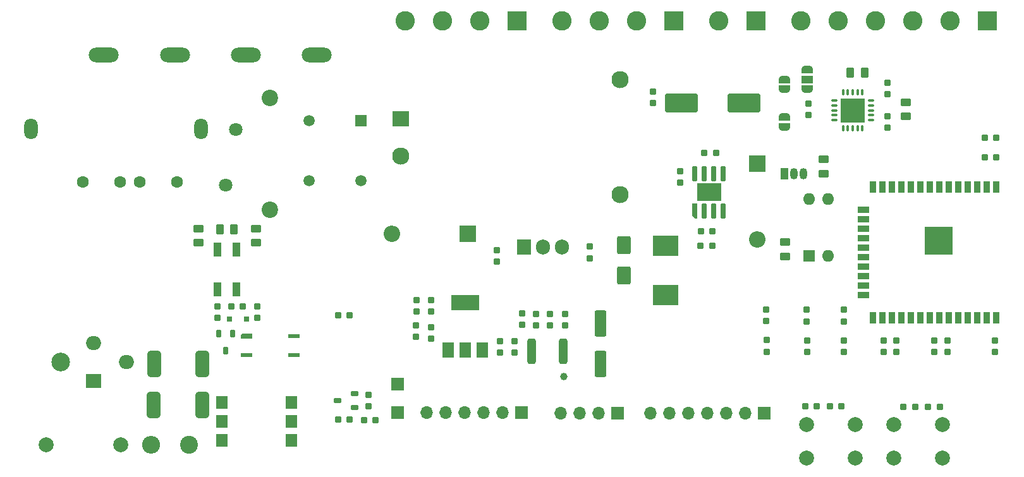
<source format=gbr>
%TF.GenerationSoftware,KiCad,Pcbnew,7.0.10*%
%TF.CreationDate,2024-06-13T10:18:47+07:00*%
%TF.ProjectId,board_dkth,626f6172-645f-4646-9b74-682e6b696361,rev?*%
%TF.SameCoordinates,Original*%
%TF.FileFunction,Soldermask,Top*%
%TF.FilePolarity,Negative*%
%FSLAX46Y46*%
G04 Gerber Fmt 4.6, Leading zero omitted, Abs format (unit mm)*
G04 Created by KiCad (PCBNEW 7.0.10) date 2024-06-13 10:18:47*
%MOMM*%
%LPD*%
G01*
G04 APERTURE LIST*
G04 Aperture macros list*
%AMRoundRect*
0 Rectangle with rounded corners*
0 $1 Rounding radius*
0 $2 $3 $4 $5 $6 $7 $8 $9 X,Y pos of 4 corners*
0 Add a 4 corners polygon primitive as box body*
4,1,4,$2,$3,$4,$5,$6,$7,$8,$9,$2,$3,0*
0 Add four circle primitives for the rounded corners*
1,1,$1+$1,$2,$3*
1,1,$1+$1,$4,$5*
1,1,$1+$1,$6,$7*
1,1,$1+$1,$8,$9*
0 Add four rect primitives between the rounded corners*
20,1,$1+$1,$2,$3,$4,$5,0*
20,1,$1+$1,$4,$5,$6,$7,0*
20,1,$1+$1,$6,$7,$8,$9,0*
20,1,$1+$1,$8,$9,$2,$3,0*%
%AMOutline4P*
0 Free polygon, 4 corners , with rotation*
0 The origin of the aperture is its center*
0 number of corners: always 4*
0 $1 to $8 corner X, Y*
0 $9 Rotation angle, in degrees counterclockwise*
0 create outline with 4 corners*
4,1,4,$1,$2,$3,$4,$5,$6,$7,$8,$1,$2,$9*%
%AMOutline5P*
0 Free polygon, 5 corners , with rotation*
0 The origin of the aperture is its center*
0 number of corners: always 5*
0 $1 to $10 corner X, Y*
0 $11 Rotation angle, in degrees counterclockwise*
0 create outline with 5 corners*
4,1,5,$1,$2,$3,$4,$5,$6,$7,$8,$9,$10,$1,$2,$11*%
%AMOutline6P*
0 Free polygon, 6 corners , with rotation*
0 The origin of the aperture is its center*
0 number of corners: always 6*
0 $1 to $12 corner X, Y*
0 $13 Rotation angle, in degrees counterclockwise*
0 create outline with 6 corners*
4,1,6,$1,$2,$3,$4,$5,$6,$7,$8,$9,$10,$11,$12,$1,$2,$13*%
%AMOutline7P*
0 Free polygon, 7 corners , with rotation*
0 The origin of the aperture is its center*
0 number of corners: always 7*
0 $1 to $14 corner X, Y*
0 $15 Rotation angle, in degrees counterclockwise*
0 create outline with 7 corners*
4,1,7,$1,$2,$3,$4,$5,$6,$7,$8,$9,$10,$11,$12,$13,$14,$1,$2,$15*%
%AMOutline8P*
0 Free polygon, 8 corners , with rotation*
0 The origin of the aperture is its center*
0 number of corners: always 8*
0 $1 to $16 corner X, Y*
0 $17 Rotation angle, in degrees counterclockwise*
0 create outline with 8 corners*
4,1,8,$1,$2,$3,$4,$5,$6,$7,$8,$9,$10,$11,$12,$13,$14,$15,$16,$1,$2,$17*%
%AMFreePoly0*
4,1,19,0.500000,-0.750000,0.000000,-0.750000,0.000000,-0.744911,-0.071157,-0.744911,-0.207708,-0.704816,-0.327430,-0.627875,-0.420627,-0.520320,-0.479746,-0.390866,-0.500000,-0.250000,-0.500000,0.250000,-0.479746,0.390866,-0.420627,0.520320,-0.327430,0.627875,-0.207708,0.704816,-0.071157,0.744911,0.000000,0.744911,0.000000,0.750000,0.500000,0.750000,0.500000,-0.750000,0.500000,-0.750000,
$1*%
%AMFreePoly1*
4,1,19,0.000000,0.744911,0.071157,0.744911,0.207708,0.704816,0.327430,0.627875,0.420627,0.520320,0.479746,0.390866,0.500000,0.250000,0.500000,-0.250000,0.479746,-0.390866,0.420627,-0.520320,0.327430,-0.627875,0.207708,-0.704816,0.071157,-0.744911,0.000000,-0.744911,0.000000,-0.750000,-0.500000,-0.750000,-0.500000,0.750000,0.000000,0.750000,0.000000,0.744911,0.000000,0.744911,
$1*%
%AMFreePoly2*
4,1,19,0.550000,-0.750000,0.000000,-0.750000,0.000000,-0.744911,-0.071157,-0.744911,-0.207708,-0.704816,-0.327430,-0.627875,-0.420627,-0.520320,-0.479746,-0.390866,-0.500000,-0.250000,-0.500000,0.250000,-0.479746,0.390866,-0.420627,0.520320,-0.327430,0.627875,-0.207708,0.704816,-0.071157,0.744911,0.000000,0.744911,0.000000,0.750000,0.550000,0.750000,0.550000,-0.750000,0.550000,-0.750000,
$1*%
%AMFreePoly3*
4,1,19,0.000000,0.744911,0.071157,0.744911,0.207708,0.704816,0.327430,0.627875,0.420627,0.520320,0.479746,0.390866,0.500000,0.250000,0.500000,-0.250000,0.479746,-0.390866,0.420627,-0.520320,0.327430,-0.627875,0.207708,-0.704816,0.071157,-0.744911,0.000000,-0.744911,0.000000,-0.750000,-0.550000,-0.750000,-0.550000,0.750000,0.000000,0.750000,0.000000,0.744911,0.000000,0.744911,
$1*%
G04 Aperture macros list end*
%ADD10R,2.600000X2.600000*%
%ADD11C,2.600000*%
%ADD12RoundRect,0.127500X-0.322500X0.297500X-0.322500X-0.297500X0.322500X-0.297500X0.322500X0.297500X0*%
%ADD13RoundRect,0.150000X-0.525000X0.350000X-0.525000X-0.350000X0.525000X-0.350000X0.525000X0.350000X0*%
%ADD14RoundRect,0.367348X-0.532652X-1.382652X0.532652X-1.382652X0.532652X1.382652X-0.532652X1.382652X0*%
%ADD15RoundRect,0.127500X-0.297500X-0.322500X0.297500X-0.322500X0.297500X0.322500X-0.297500X0.322500X0*%
%ADD16R,2.300000X2.000000*%
%ADD17C,2.300000*%
%ADD18RoundRect,0.127500X0.322500X-0.297500X0.322500X0.297500X-0.322500X0.297500X-0.322500X-0.297500X0*%
%ADD19RoundRect,0.150000X0.525000X-0.350000X0.525000X0.350000X-0.525000X0.350000X-0.525000X-0.350000X0*%
%ADD20R,1.050000X1.875000*%
%ADD21FreePoly0,90.000000*%
%ADD22FreePoly1,90.000000*%
%ADD23RoundRect,0.127500X0.297500X0.322500X-0.297500X0.322500X-0.297500X-0.322500X0.297500X-0.322500X0*%
%ADD24R,3.500000X2.800000*%
%ADD25C,1.600000*%
%ADD26R,1.520000X1.780000*%
%ADD27RoundRect,0.250000X-1.950000X-1.000000X1.950000X-1.000000X1.950000X1.000000X-1.950000X1.000000X0*%
%ADD28Outline5P,-0.750000X0.120000X-0.570000X0.300000X0.750000X0.300000X0.750000X-0.300000X-0.750000X-0.300000X0.000000*%
%ADD29R,1.500000X0.600000*%
%ADD30RoundRect,0.090000X0.410000X0.210000X-0.410000X0.210000X-0.410000X-0.210000X0.410000X-0.210000X0*%
%ADD31R,1.700000X1.700000*%
%ADD32RoundRect,0.090000X-0.210000X0.410000X-0.210000X-0.410000X0.210000X-0.410000X0.210000X0.410000X0*%
%ADD33RoundRect,0.180000X-0.720000X1.020000X-0.720000X-1.020000X0.720000X-1.020000X0.720000X1.020000X0*%
%ADD34C,2.000000*%
%ADD35R,1.500000X2.000000*%
%ADD36R,3.800000X2.000000*%
%ADD37R,1.050000X1.500000*%
%ADD38O,1.050000X1.500000*%
%ADD39O,1.700000X1.700000*%
%ADD40Outline5P,-0.985000X0.000000X-0.685000X0.300000X0.985000X0.300000X0.985000X-0.300000X-0.985000X-0.300000X90.000000*%
%ADD41RoundRect,0.096000X0.204000X-0.889000X0.204000X0.889000X-0.204000X0.889000X-0.204000X-0.889000X0*%
%ADD42R,3.300000X2.410000*%
%ADD43R,0.900000X1.500000*%
%ADD44R,1.500000X0.900000*%
%ADD45C,0.600000*%
%ADD46R,3.800000X3.800000*%
%ADD47Outline4P,-0.750000X-0.750000X0.750000X-0.750000X0.750000X0.750000X-0.750000X0.750000X270.000000*%
%ADD48C,1.500000*%
%ADD49O,4.000000X2.000000*%
%ADD50R,2.000000X1.905000*%
%ADD51O,2.000000X1.905000*%
%ADD52C,2.500000*%
%ADD53C,1.000000*%
%ADD54R,1.600000X1.600000*%
%ADD55O,1.600000X1.600000*%
%ADD56RoundRect,0.367348X0.532652X1.382652X-0.532652X1.382652X-0.532652X-1.382652X0.532652X-1.382652X0*%
%ADD57FreePoly2,90.000000*%
%ADD58R,1.500000X1.000000*%
%ADD59FreePoly3,90.000000*%
%ADD60RoundRect,0.075000X-0.075000X0.337500X-0.075000X-0.337500X0.075000X-0.337500X0.075000X0.337500X0*%
%ADD61RoundRect,0.075000X-0.337500X0.075000X-0.337500X-0.075000X0.337500X-0.075000X0.337500X0.075000X0*%
%ADD62R,3.250000X3.250000*%
%ADD63RoundRect,0.250000X0.312500X1.450000X-0.312500X1.450000X-0.312500X-1.450000X0.312500X-1.450000X0*%
%ADD64R,2.200000X2.200000*%
%ADD65O,2.200000X2.200000*%
%ADD66RoundRect,0.150000X-0.350000X-0.525000X0.350000X-0.525000X0.350000X0.525000X-0.350000X0.525000X0*%
%ADD67C,2.200000*%
%ADD68RoundRect,0.250000X-0.550000X1.500000X-0.550000X-1.500000X0.550000X-1.500000X0.550000X1.500000X0*%
%ADD69R,0.700000X0.700000*%
%ADD70C,1.800000*%
%ADD71O,1.800000X2.800000*%
%ADD72C,2.400000*%
%ADD73O,2.400000X2.400000*%
%ADD74R,1.905000X2.000000*%
%ADD75O,1.905000X2.000000*%
G04 APERTURE END LIST*
D10*
%TO.C,J8*%
X172300000Y-47000000D03*
D11*
X167300000Y-47000000D03*
X162300000Y-47000000D03*
X157300000Y-47000000D03*
X152300000Y-47000000D03*
X147300000Y-47000000D03*
%TD*%
D12*
%TO.C,C1*%
X69175000Y-85225000D03*
X69175000Y-86775000D03*
%TD*%
D13*
%TO.C,R28*%
X150340000Y-65550000D03*
X150340000Y-67450000D03*
%TD*%
D14*
%TO.C,R9*%
X60675000Y-93000000D03*
X67150000Y-93000000D03*
%TD*%
D15*
%TO.C,C9*%
X149475000Y-98600000D03*
X147925000Y-98600000D03*
%TD*%
D16*
%TO.C,PS1*%
X93700000Y-60100000D03*
D17*
X93700000Y-65100000D03*
X123100000Y-54900000D03*
X123100000Y-70300000D03*
%TD*%
D18*
%TO.C,C10*%
X127525000Y-58005000D03*
X127525000Y-56455000D03*
%TD*%
%TO.C,LE3*%
X153104787Y-89804787D03*
X153104787Y-91354787D03*
%TD*%
%TO.C,R16*%
X160100000Y-89825000D03*
X160100000Y-91375000D03*
%TD*%
D19*
%TO.C,R4*%
X66600000Y-76725000D03*
X66600000Y-74825000D03*
%TD*%
%TO.C,R5*%
X74375000Y-76725000D03*
X74375000Y-74825000D03*
%TD*%
D20*
%TO.C,D2*%
X69175000Y-82987500D03*
X71675000Y-77662500D03*
X71675000Y-82987500D03*
X69175000Y-77662500D03*
%TD*%
D21*
%TO.C,JP2*%
X145100000Y-56150000D03*
D22*
X145100000Y-54850000D03*
%TD*%
D12*
%TO.C,R23*%
X165200000Y-91375000D03*
X165200000Y-89825000D03*
%TD*%
D18*
%TO.C,C16*%
X113725000Y-87800800D03*
X113725000Y-86250800D03*
%TD*%
D23*
%TO.C,C8*%
X171960000Y-65300000D03*
X173510000Y-65300000D03*
%TD*%
D24*
%TO.C,L2*%
X129175000Y-77125000D03*
X129175000Y-83725000D03*
%TD*%
D25*
%TO.C,C5*%
X58737500Y-68545000D03*
X63737500Y-68545000D03*
%TD*%
D26*
%TO.C,U2*%
X79045000Y-103215000D03*
X79045000Y-100675000D03*
X79045000Y-98135000D03*
X69755000Y-98135000D03*
X69755000Y-100675000D03*
X69755000Y-103215000D03*
%TD*%
D27*
%TO.C,C11*%
X131325000Y-58005000D03*
X139725000Y-58005000D03*
%TD*%
D28*
%TO.C,U1*%
X73050000Y-89242500D03*
D29*
X73050000Y-91782500D03*
X79400000Y-91782500D03*
X79400000Y-89242500D03*
%TD*%
D30*
%TO.C,Q2*%
X87512500Y-98850000D03*
X87512500Y-96950000D03*
X85237500Y-97900000D03*
%TD*%
D18*
%TO.C,R2*%
X74500000Y-86775000D03*
X74500000Y-85225000D03*
%TD*%
D31*
%TO.C,J1*%
X93325000Y-95700000D03*
%TD*%
D18*
%TO.C,C15*%
X115700000Y-87800800D03*
X115700000Y-86250800D03*
%TD*%
D12*
%TO.C,C20*%
X95800000Y-84375000D03*
X95800000Y-85925000D03*
%TD*%
D32*
%TO.C,Q1*%
X71200000Y-88937500D03*
X69300000Y-88937500D03*
X70250000Y-91212500D03*
%TD*%
D18*
%TO.C,R22*%
X148100000Y-85715573D03*
X148100000Y-87265573D03*
%TD*%
D33*
%TO.C,D3*%
X123650000Y-81100000D03*
X123650000Y-77050000D03*
%TD*%
D15*
%TO.C,R18*%
X152725000Y-98600000D03*
X151175000Y-98600000D03*
%TD*%
D34*
%TO.C,C3*%
X56200000Y-103775000D03*
X46200000Y-103775000D03*
%TD*%
D35*
%TO.C,U4*%
X100050000Y-91075000D03*
X102350000Y-91075000D03*
D36*
X102350000Y-84775000D03*
D35*
X104650000Y-91075000D03*
%TD*%
D25*
%TO.C,C4*%
X51137500Y-68545000D03*
X56137500Y-68545000D03*
%TD*%
D18*
%TO.C,R14*%
X111825000Y-87800000D03*
X111825000Y-86250000D03*
%TD*%
D23*
%TO.C,R19*%
X161075000Y-98700000D03*
X162625000Y-98700000D03*
%TD*%
D37*
%TO.C,Q3*%
X145100000Y-67500000D03*
D38*
X146370000Y-67500000D03*
X147640000Y-67500000D03*
%TD*%
D31*
%TO.C,J7*%
X122740000Y-99550000D03*
D39*
X120200000Y-99550000D03*
X117660000Y-99550000D03*
X115120000Y-99550000D03*
%TD*%
D40*
%TO.C,U3*%
X133120000Y-72450000D03*
D41*
X134390000Y-72450000D03*
X135660000Y-72450000D03*
X136930000Y-72450000D03*
X136930000Y-67500000D03*
X135660000Y-67500000D03*
X134390000Y-67500000D03*
X133120000Y-67500000D03*
D42*
X135025000Y-69975000D03*
%TD*%
D43*
%TO.C,U5*%
X173455000Y-69250000D03*
X172185000Y-69250000D03*
X170915000Y-69250000D03*
X169645000Y-69250000D03*
X168375000Y-69250000D03*
X167105000Y-69250000D03*
X165835000Y-69250000D03*
X164565000Y-69250000D03*
X163295000Y-69250000D03*
X162025000Y-69250000D03*
X160755000Y-69250000D03*
X159485000Y-69250000D03*
X158215000Y-69250000D03*
X156945000Y-69250000D03*
D44*
X155695000Y-72290000D03*
X155695000Y-73560000D03*
X155695000Y-74830000D03*
X155695000Y-76100000D03*
X155695000Y-77370000D03*
X155695000Y-78640000D03*
X155695000Y-79910000D03*
X155695000Y-81180000D03*
X155695000Y-82450000D03*
X155695000Y-83720000D03*
D43*
X156945000Y-86750000D03*
X158215000Y-86750000D03*
X159485000Y-86750000D03*
X160755000Y-86750000D03*
X162025000Y-86750000D03*
X163295000Y-86750000D03*
X164565000Y-86750000D03*
X165835000Y-86750000D03*
X167105000Y-86750000D03*
X168375000Y-86750000D03*
X169645000Y-86750000D03*
X170915000Y-86750000D03*
X172185000Y-86750000D03*
X173455000Y-86750000D03*
D45*
X166435000Y-75100000D03*
X165035000Y-75100000D03*
X167135000Y-75800000D03*
X165735000Y-75800000D03*
X164335000Y-75800000D03*
X166435000Y-76475000D03*
X165035000Y-76475000D03*
D46*
X165735000Y-76500000D03*
D45*
X167135000Y-77200000D03*
X165735000Y-77200000D03*
X164335000Y-77200000D03*
X166435000Y-77900000D03*
X165035000Y-77900000D03*
%TD*%
D23*
%TO.C,C21*%
X164375000Y-98700000D03*
X165925000Y-98700000D03*
%TD*%
D47*
%TO.C,FL1*%
X88412500Y-60400000D03*
D48*
X81412500Y-60400000D03*
X88412500Y-68400000D03*
X81412500Y-68400000D03*
%TD*%
D12*
%TO.C,LE2*%
X97750000Y-89593787D03*
X97750000Y-88043787D03*
%TD*%
D18*
%TO.C,LE1*%
X109950000Y-86175000D03*
X109950000Y-87725000D03*
%TD*%
%TO.C,C22*%
X106600000Y-77700000D03*
X106600000Y-79250000D03*
%TD*%
D12*
%TO.C,R25*%
X173300000Y-91375000D03*
X173300000Y-89825000D03*
%TD*%
D31*
%TO.C,J2*%
X93325000Y-99475000D03*
%TD*%
D49*
%TO.C,J5*%
X82465000Y-51600000D03*
X72965000Y-51600000D03*
X63465000Y-51600000D03*
X53965000Y-51600000D03*
%TD*%
D10*
%TO.C,J9*%
X130300000Y-47000000D03*
D11*
X125300000Y-47000000D03*
X120300000Y-47000000D03*
X115300000Y-47000000D03*
%TD*%
D23*
%TO.C,C7*%
X171960000Y-62650000D03*
X173510000Y-62650000D03*
%TD*%
D12*
%TO.C,R7*%
X89400000Y-97100000D03*
X89400000Y-98650000D03*
%TD*%
%TO.C,C17*%
X109000000Y-89900000D03*
X109000000Y-91450000D03*
%TD*%
D19*
%TO.C,FB1*%
X161400000Y-59800000D03*
X161400000Y-57900000D03*
%TD*%
D18*
%TO.C,LE5*%
X148123935Y-89804786D03*
X148123935Y-91354786D03*
%TD*%
D34*
%TO.C,SW2*%
X166250000Y-105600000D03*
X159750000Y-105600000D03*
X166250000Y-101100000D03*
X159750000Y-101100000D03*
%TD*%
D50*
%TO.C,BTA16*%
X52600000Y-95255000D03*
D51*
X56955000Y-92735000D03*
X52600000Y-90175000D03*
D52*
X48155000Y-92735000D03*
%TD*%
D31*
%TO.C,J6*%
X142420000Y-99550000D03*
D39*
X139880000Y-99550000D03*
X137340000Y-99550000D03*
X134800000Y-99550000D03*
X132260000Y-99550000D03*
X129720000Y-99550000D03*
X127180000Y-99550000D03*
%TD*%
D53*
%TO.C,TP1*%
X115575000Y-94696893D03*
%TD*%
D54*
%TO.C,U7*%
X148425000Y-78500000D03*
D55*
X150965000Y-78500000D03*
X150965000Y-70880000D03*
X148425000Y-70880000D03*
%TD*%
D31*
%TO.C,J4*%
X109935000Y-99500000D03*
D39*
X107395000Y-99500000D03*
X104855000Y-99500000D03*
X102315000Y-99500000D03*
X99775000Y-99500000D03*
X97235000Y-99500000D03*
%TD*%
D18*
%TO.C,C27*%
X148300000Y-58075000D03*
X148300000Y-59625000D03*
%TD*%
%TO.C,C23*%
X119000000Y-77250000D03*
X119000000Y-78800000D03*
%TD*%
D15*
%TO.C,R3*%
X71050000Y-85225000D03*
X72600000Y-85225000D03*
%TD*%
D23*
%TO.C,R8*%
X86900000Y-100450000D03*
X85350000Y-100450000D03*
%TD*%
D56*
%TO.C,R10*%
X67125000Y-98437500D03*
X60650000Y-98437500D03*
%TD*%
D57*
%TO.C,JP1*%
X148200000Y-56150000D03*
D58*
X148200000Y-54850000D03*
D59*
X148200000Y-53550000D03*
%TD*%
D18*
%TO.C,R21*%
X142700000Y-85687574D03*
X142700000Y-87237574D03*
%TD*%
D12*
%TO.C,R15*%
X95750000Y-87800000D03*
X95750000Y-89350000D03*
%TD*%
D18*
%TO.C,C13*%
X131125000Y-68675000D03*
X131125000Y-67125000D03*
%TD*%
D10*
%TO.C,J10*%
X141300000Y-47000000D03*
D11*
X136300000Y-47000000D03*
%TD*%
D60*
%TO.C,U9*%
X155550000Y-56550000D03*
X154900000Y-56550000D03*
X154250000Y-56550000D03*
X153600000Y-56550000D03*
X152950000Y-56550000D03*
D61*
X151812500Y-57687500D03*
X151812500Y-58337500D03*
X151812500Y-58987500D03*
X151812500Y-59637500D03*
X151812500Y-60287500D03*
D60*
X152950000Y-61425000D03*
X153600000Y-61425000D03*
X154250000Y-61425000D03*
X154900000Y-61425000D03*
X155550000Y-61425000D03*
D61*
X156687500Y-60287500D03*
X156687500Y-59637500D03*
X156687500Y-58987500D03*
X156687500Y-58337500D03*
X156687500Y-57687500D03*
D62*
X154250000Y-58987500D03*
%TD*%
D10*
%TO.C,J3*%
X109300000Y-47000000D03*
D11*
X104300000Y-47000000D03*
X99300000Y-47000000D03*
X94300000Y-47000000D03*
%TD*%
D13*
%TO.C,R27*%
X145200000Y-76650000D03*
X145200000Y-78550000D03*
%TD*%
D12*
%TO.C,R24*%
X167000000Y-91375000D03*
X167000000Y-89825000D03*
%TD*%
D63*
%TO.C,F2*%
X115487500Y-91271893D03*
X111212500Y-91271893D03*
%TD*%
D23*
%TO.C,R13*%
X135425000Y-77162500D03*
X133875000Y-77162500D03*
%TD*%
D64*
%TO.C,D4*%
X102680000Y-75500000D03*
D65*
X92520000Y-75500000D03*
%TD*%
D18*
%TO.C,LE4*%
X142714361Y-89776787D03*
X142714361Y-91326787D03*
%TD*%
%TO.C,C25*%
X158900000Y-59775000D03*
X158900000Y-61325000D03*
%TD*%
%TO.C,R17*%
X158400000Y-89825000D03*
X158400000Y-91375000D03*
%TD*%
D66*
%TO.C,C2*%
X69475000Y-74975000D03*
X71375000Y-74975000D03*
%TD*%
D67*
%TO.C,C6*%
X76222500Y-57340000D03*
X76222500Y-72340000D03*
%TD*%
D68*
%TO.C,C14*%
X120475000Y-87571893D03*
X120475000Y-92971893D03*
%TD*%
D21*
%TO.C,JP3*%
X145100000Y-61200000D03*
D22*
X145100000Y-59900000D03*
%TD*%
D69*
%TO.C,D1*%
X70757300Y-86927300D03*
X73037300Y-86927300D03*
%TD*%
D70*
%TO.C,RV1*%
X70237500Y-69020000D03*
X71637500Y-61520000D03*
%TD*%
D12*
%TO.C,C19*%
X97750000Y-84375000D03*
X97750000Y-85925000D03*
%TD*%
D71*
%TO.C,F1_CH\u01AFACH\u1ECCN1*%
X44212500Y-61430000D03*
X66962500Y-61430000D03*
%TD*%
D23*
%TO.C,R6*%
X90375000Y-100475000D03*
X88825000Y-100475000D03*
%TD*%
D64*
%TO.C,D8*%
X141500000Y-66100000D03*
D65*
X141500000Y-76260000D03*
%TD*%
D34*
%TO.C,SW1*%
X148100000Y-101100000D03*
X154600000Y-101100000D03*
X148100000Y-105600000D03*
X154600000Y-105600000D03*
%TD*%
D23*
%TO.C,R1*%
X86900000Y-86450000D03*
X85350000Y-86450000D03*
%TD*%
D12*
%TO.C,C18*%
X107025000Y-89900000D03*
X107025000Y-91450000D03*
%TD*%
D18*
%TO.C,R20*%
X153100000Y-85715574D03*
X153100000Y-87265574D03*
%TD*%
D72*
%TO.C,R11*%
X65365000Y-103825000D03*
D73*
X60285000Y-103825000D03*
%TD*%
D74*
%TO.C,U6*%
X110230000Y-77300000D03*
D75*
X112770000Y-77300000D03*
X115310000Y-77300000D03*
%TD*%
D23*
%TO.C,R12*%
X135450000Y-75162500D03*
X133900000Y-75162500D03*
%TD*%
D12*
%TO.C,C26*%
X158900000Y-56850000D03*
X158900000Y-55300000D03*
%TD*%
D66*
%TO.C,R26*%
X153950000Y-53950000D03*
X155850000Y-53950000D03*
%TD*%
D15*
%TO.C,C12*%
X134390000Y-64700000D03*
X135940000Y-64700000D03*
%TD*%
M02*

</source>
